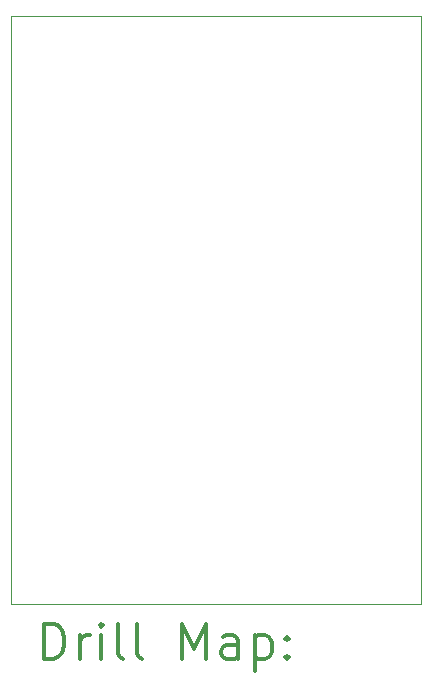
<source format=gbr>
%FSLAX45Y45*%
G04 Gerber Fmt 4.5, Leading zero omitted, Abs format (unit mm)*
G04 Created by KiCad (PCBNEW (5.1.4)-1) date 2022-02-20 14:51:22*
%MOMM*%
%LPD*%
G04 APERTURE LIST*
%ADD10C,0.050000*%
%ADD11C,0.200000*%
%ADD12C,0.300000*%
G04 APERTURE END LIST*
D10*
X14225000Y-12225000D02*
X14225000Y-12975000D01*
X10750000Y-12975000D02*
X10750000Y-12225000D01*
X10750000Y-12975000D02*
X14225000Y-12975000D01*
X14225000Y-8000000D02*
X10750000Y-8000000D01*
X14225000Y-12225000D02*
X14225000Y-8000000D01*
X10750000Y-8075000D02*
X10750000Y-8000000D01*
X10750000Y-10300000D02*
X10750000Y-8075000D01*
X10750000Y-12225000D02*
X10750000Y-10300000D01*
D11*
D12*
X11033928Y-13443214D02*
X11033928Y-13143214D01*
X11105357Y-13143214D01*
X11148214Y-13157500D01*
X11176786Y-13186071D01*
X11191071Y-13214643D01*
X11205357Y-13271786D01*
X11205357Y-13314643D01*
X11191071Y-13371786D01*
X11176786Y-13400357D01*
X11148214Y-13428929D01*
X11105357Y-13443214D01*
X11033928Y-13443214D01*
X11333928Y-13443214D02*
X11333928Y-13243214D01*
X11333928Y-13300357D02*
X11348214Y-13271786D01*
X11362500Y-13257500D01*
X11391071Y-13243214D01*
X11419643Y-13243214D01*
X11519643Y-13443214D02*
X11519643Y-13243214D01*
X11519643Y-13143214D02*
X11505357Y-13157500D01*
X11519643Y-13171786D01*
X11533928Y-13157500D01*
X11519643Y-13143214D01*
X11519643Y-13171786D01*
X11705357Y-13443214D02*
X11676786Y-13428929D01*
X11662500Y-13400357D01*
X11662500Y-13143214D01*
X11862500Y-13443214D02*
X11833928Y-13428929D01*
X11819643Y-13400357D01*
X11819643Y-13143214D01*
X12205357Y-13443214D02*
X12205357Y-13143214D01*
X12305357Y-13357500D01*
X12405357Y-13143214D01*
X12405357Y-13443214D01*
X12676786Y-13443214D02*
X12676786Y-13286071D01*
X12662500Y-13257500D01*
X12633928Y-13243214D01*
X12576786Y-13243214D01*
X12548214Y-13257500D01*
X12676786Y-13428929D02*
X12648214Y-13443214D01*
X12576786Y-13443214D01*
X12548214Y-13428929D01*
X12533928Y-13400357D01*
X12533928Y-13371786D01*
X12548214Y-13343214D01*
X12576786Y-13328929D01*
X12648214Y-13328929D01*
X12676786Y-13314643D01*
X12819643Y-13243214D02*
X12819643Y-13543214D01*
X12819643Y-13257500D02*
X12848214Y-13243214D01*
X12905357Y-13243214D01*
X12933928Y-13257500D01*
X12948214Y-13271786D01*
X12962500Y-13300357D01*
X12962500Y-13386071D01*
X12948214Y-13414643D01*
X12933928Y-13428929D01*
X12905357Y-13443214D01*
X12848214Y-13443214D01*
X12819643Y-13428929D01*
X13091071Y-13414643D02*
X13105357Y-13428929D01*
X13091071Y-13443214D01*
X13076786Y-13428929D01*
X13091071Y-13414643D01*
X13091071Y-13443214D01*
X13091071Y-13257500D02*
X13105357Y-13271786D01*
X13091071Y-13286071D01*
X13076786Y-13271786D01*
X13091071Y-13257500D01*
X13091071Y-13286071D01*
M02*

</source>
